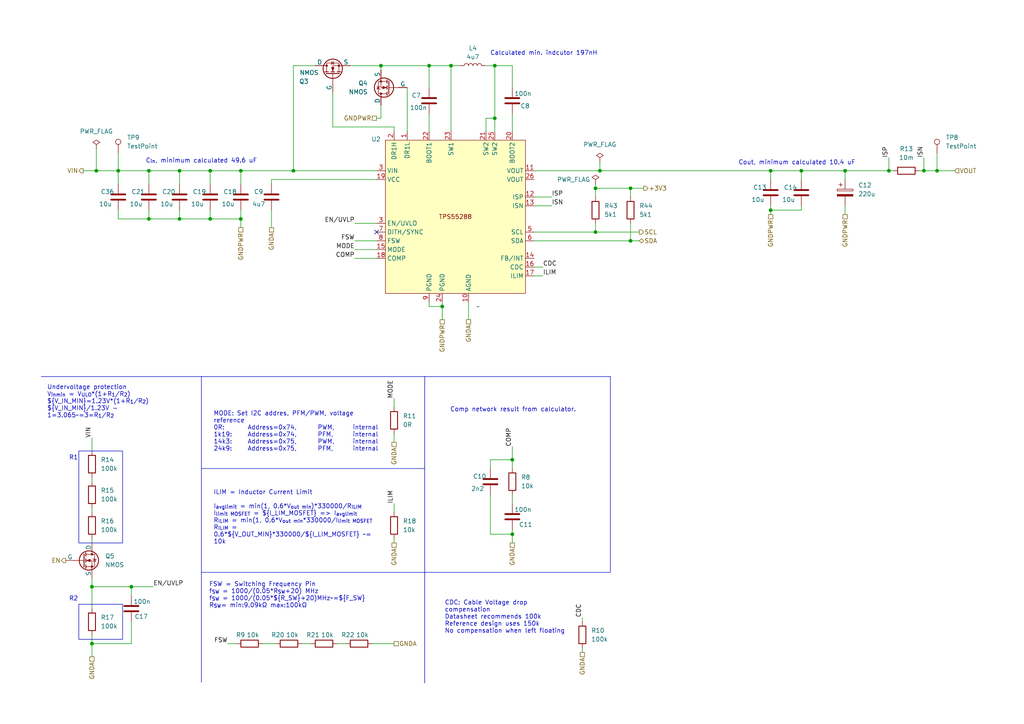
<source format=kicad_sch>
(kicad_sch (version 20231120) (generator "eeschema") (generator_version "8.0")
  (paper "A4")
  (lib_symbols
    (symbol "Connector:TestPoint" (pin_numbers hide) (pin_names (offset 0.762) hide)
      (property "Reference" "TP" (at 0 6.858 0))
      (property "Value" "TestPoint" (at 0 5.08 0))
      (symbol "TestPoint_0_1"
        (circle (center 0 3.302) (radius 0.762))
      )
      (symbol "TestPoint_1_1"
        (pin passive line (at 0 0 90) (length 2.54) (name "1") (number "1"))
      )
    )
    (symbol "Device:C" (pin_numbers hide) (pin_names (offset 0.254))
      (property "Reference" "C" (at 0.635 2.54 0))
      (property "Value" "C" (at 0.635 -2.54 0))
      (symbol "C_0_1"
        (polyline (pts (xy -2.032 -0.762) (xy 2.032 -0.762)) (stroke (width 0.508)))
        (polyline (pts (xy -2.032 0.762) (xy 2.032 0.762)) (stroke (width 0.508)))
      )
      (symbol "C_1_1"
        (pin passive line (at 0 3.81 270) (length 2.794) (name "~") (number "1"))
        (pin passive line (at 0 -3.81 90) (length 2.794) (name "~") (number "2"))
      )
    )
    (symbol "Device:C_Polarized" (pin_numbers hide) (pin_names (offset 0.254))
      (property "Reference" "C" (at 0.635 2.54 0))
      (property "Value" "C_Polarized" (at 0.635 -2.54 0))
      (symbol "C_Polarized_0_1"
        (rectangle (start -2.286 0.508) (end 2.286 1.016))
        (polyline (pts (xy -1.778 2.286) (xy -0.762 2.286)))
        (polyline (pts (xy -1.27 2.794) (xy -1.27 1.778)))
        (rectangle (start 2.286 -0.508) (end -2.286 -1.016) (fill (type outline)))
      )
      (symbol "C_Polarized_1_1"
        (pin passive line (at 0 3.81 270) (length 2.794) (name "~") (number "1"))
        (pin passive line (at 0 -3.81 90) (length 2.794) (name "~") (number "2"))
      )
    )
    (symbol "Device:L" (pin_numbers hide) (pin_names (offset 1.016) hide)
      (property "Reference" "L" (at -1.27 0 90))
      (property "Value" "L" (at 1.905 0 90))
      (symbol "L_0_1"
        (arc (start 0 -2.54) (mid 0.6323 -1.905) (end 0 -1.27))
        (arc (start 0 -1.27) (mid 0.6323 -0.635) (end 0 0))
        (arc (start 0 0) (mid 0.6323 0.635) (end 0 1.27))
        (arc (start 0 1.27) (mid 0.6323 1.905) (end 0 2.54))
      )
      (symbol "L_1_1"
        (pin passive line (at 0 3.81 270) (length 1.27) (name "1") (number "1"))
        (pin passive line (at 0 -3.81 90) (length 1.27) (name "2") (number "2"))
      )
    )
    (symbol "Device:R" (pin_numbers hide) (pin_names (offset 0))
      (property "Reference" "R" (at 2.032 0 90))
      (property "Value" "R" (at 0 0 90))
      (symbol "R_0_1"
        (rectangle (start -1.016 -2.54) (end 1.016 2.54) (stroke (width 0.254)))
      )
      (symbol "R_1_1"
        (pin passive line (at 0 3.81 270) (length 1.27) (name "~") (number "1"))
        (pin passive line (at 0 -3.81 90) (length 1.27) (name "~") (number "2"))
      )
    )
    (symbol "Prj_dcdc_converter:TPS55288"
      (property "Reference" "U" (at 3.81 -1.016 0))
      (symbol "TPS55288_1_1"
        (text_box "TPS55288" (at 21.59 -46.99 0) (size -40.64 44.45) (fill (type color) (color 255 255 194 1)) (effects (font (size 1.27 1.27))))
        (pin output line (at -12.7 0 270) (length 2.54) (name "DR1L") (number "1"))
        (pin power_in line (at 5.08 -49.53 90) (length 2.54) (name "AGND") (number "10"))
        (pin power_in line (at 24.13 -11.43 180) (length 2.54) (name "VOUT") (number "11"))
        (pin input line (at 24.13 -19.05 180) (length 2.54) (name "ISP") (number "12"))
        (pin input line (at 24.13 -21.59 180) (length 2.54) (name "ISN") (number "13"))
        (pin input line (at 24.13 -36.83 180) (length 2.54) (name "FB/INT") (number "14"))
        (pin input line (at -21.59 -34.29 0) (length 2.54) (name "MODE") (number "15"))
        (pin output line (at 24.13 -39.37 180) (length 2.54) (name "CDC") (number "16"))
        (pin output line (at 24.13 -41.91 180) (length 2.54) (name "ILIM") (number "17"))
        (pin input line (at -21.59 -36.83 0) (length 2.54) (name "COMP") (number "18"))
        (pin output line (at -21.59 -13.97 0) (length 2.54) (name "VCC") (number "19"))
        (pin output line (at -16.51 0 270) (length 2.54) (name "DR1H") (number "2"))
        (pin output line (at 17.78 0 270) (length 2.54) (name "BOOT2") (number "20"))
        (pin input line (at 10.16 0 270) (length 2.54) (name "SW2") (number "21"))
        (pin input line (at -6.35 0 270) (length 2.54) (name "BOOT1") (number "22"))
        (pin input line (at 0 0 270) (length 2.54) (name "SW1") (number "23"))
        (pin power_in line (at -2.54 -49.53 90) (length 2.54) (name "PGND") (number "24"))
        (pin input line (at 12.7 0 270) (length 2.54) (name "SW2") (number "25"))
        (pin power_in line (at 24.13 -13.97 180) (length 2.54) (name "VOUT") (number "26"))
        (pin input line (at -21.59 -26.67 0) (length 2.54) (name "EN/UVLO") (number "3"))
        (pin power_in line (at -21.59 -11.43 0) (length 2.54) (name "VIN") (number "3"))
        (pin input line (at 24.13 -29.21 180) (length 2.54) (name "SCL") (number "5"))
        (pin bidirectional line (at 24.13 -31.75 180) (length 2.54) (name "SDA") (number "6"))
        (pin input line (at -21.59 -29.21 0) (length 2.54) (name "DITH/SYNC") (number "7"))
        (pin output line (at -21.59 -31.75 0) (length 2.54) (name "FSW") (number "8"))
        (pin power_in line (at -6.35 -49.53 90) (length 2.54) (name "PGND") (number "9"))
      )
    )
    (symbol "Simulation_SPICE:NMOS" (pin_numbers hide) (pin_names (offset 0))
      (property "Reference" "Q" (at 5.08 1.27 0))
      (property "Value" "NMOS" (at 5.08 -1.27 0))
      (symbol "NMOS_0_1"
        (polyline (pts (xy 0.254 0) (xy -2.54 0)))
        (polyline (pts (xy 0.254 1.905) (xy 0.254 -1.905)) (stroke (width 0.254)))
        (polyline (pts (xy 0.762 -1.27) (xy 0.762 -2.286)) (stroke (width 0.254)))
        (polyline (pts (xy 0.762 0.508) (xy 0.762 -0.508)) (stroke (width 0.254)))
        (polyline (pts (xy 0.762 2.286) (xy 0.762 1.27)) (stroke (width 0.254)))
        (polyline (pts (xy 2.54 2.54) (xy 2.54 1.778)))
        (polyline (pts (xy 2.54 -2.54) (xy 2.54 0) (xy 0.762 0)))
        (polyline (pts (xy 0.762 -1.778) (xy 3.302 -1.778) (xy 3.302 1.778) (xy 0.762 1.778)))
        (polyline (pts (xy 1.016 0) (xy 2.032 0.381) (xy 2.032 -0.381) (xy 1.016 0)) (fill (type outline)))
        (polyline (pts (xy 2.794 0.508) (xy 2.921 0.381) (xy 3.683 0.381) (xy 3.81 0.254)))
        (polyline (pts (xy 3.302 0.381) (xy 2.921 -0.254) (xy 3.683 -0.254) (xy 3.302 0.381)))
        (circle (center 1.651 0) (radius 2.794) (stroke (width 0.254)))
        (circle (center 2.54 -1.778) (radius 0.254) (fill (type outline)))
        (circle (center 2.54 1.778) (radius 0.254) (fill (type outline)))
      )
      (symbol "NMOS_1_1"
        (pin passive line (at 2.54 5.08 270) (length 2.54) (name "D") (number "1"))
        (pin input line (at -5.08 0 0) (length 2.54) (name "G") (number "2"))
        (pin passive line (at 2.54 -5.08 90) (length 2.54) (name "S") (number "3"))
      )
    )
    (symbol "power:PWR_FLAG" (power) (pin_numbers hide) (pin_names (offset 0) hide)
      (property "Value" "PWR_FLAG" (at 0 3.81 0))
      (symbol "PWR_FLAG_0_0"
        (pin power_out line (at 0 0 90) (length 0) (name "~") (number "1"))
      )
      (symbol "PWR_FLAG_0_1"
        (polyline (pts (xy 0 0) (xy 0 1.27) (xy -1.016 1.905) (xy 0 2.54) (xy 1.016 1.905) (xy 0 1.27)))
      )
    )
  )
  (junction (at 223.52 49.53))
  (junction (at 128.27 88.9))
  (junction (at 110.49 19.05))
  (junction (at 26.67 186.69))
  (junction (at 43.18 49.53))
  (junction (at 148.59 133.35))
  (junction (at 27.94 49.53))
  (junction (at 271.78 49.53))
  (junction (at 232.41 49.53))
  (junction (at 34.29 49.53))
  (junction (at 172.72 54.61))
  (junction (at 143.51 19.05))
  (junction (at 143.51 34.29))
  (junction (at 85.09 49.53))
  (junction (at 182.88 54.61))
  (junction (at 245.11 49.53))
  (junction (at 257.81 49.53))
  (junction (at 172.72 67.31))
  (junction (at 124.46 19.05))
  (junction (at 38.1 170.18))
  (junction (at 267.97 49.53))
  (junction (at 26.67 170.18))
  (junction (at 173.99 49.53))
  (junction (at 52.07 63.5))
  (junction (at 43.18 63.5))
  (junction (at 223.52 60.96))
  (junction (at 182.88 69.85))
  (junction (at 60.96 49.53))
  (junction (at 60.96 63.5))
  (junction (at 130.81 19.05))
  (junction (at 69.85 49.53))
  (junction (at 69.85 63.5))
  (junction (at 52.07 49.53))
  (junction (at 148.59 154.94))
  (no_connect (at 109.22 67.31))
  (polyline (pts (xy 123.19 165.1) (xy 123.19 198.12)))
  (wire (pts (xy 38.1 170.18) (xy 44.45 170.18)))
  (wire (pts (xy 114.3 115.57) (xy 114.3 118.11)))
  (wire (pts (xy 186.69 54.61) (xy 182.88 54.61)))
  (wire (pts (xy 148.59 129.54) (xy 148.59 133.35)))
  (wire (pts (xy 114.3 38.1) (xy 114.3 36.83)))
  (wire (pts (xy 143.51 19.05) (xy 148.59 19.05)))
  (wire (pts (xy 157.48 80.01) (xy 154.94 80.01)))
  (wire (pts (xy 68.58 186.69) (xy 66.04 186.69)))
  (wire (pts (xy 26.67 186.69) (xy 26.67 190.5)))
  (wire (pts (xy 100.33 186.69) (xy 97.79 186.69)))
  (wire (pts (xy 96.52 36.83) (xy 114.3 36.83)))
  (wire (pts (xy 172.72 67.31) (xy 154.94 67.31)))
  (wire (pts (xy 96.52 36.83) (xy 96.52 26.67)))
  (wire (pts (xy 223.52 49.53) (xy 232.41 49.53)))
  (wire (pts (xy 43.18 49.53) (xy 43.18 53.34)))
  (wire (pts (xy 38.1 186.69) (xy 26.67 186.69)))
  (wire (pts (xy 102.87 74.93) (xy 109.22 74.93)))
  (wire (pts (xy 143.51 38.1) (xy 143.51 34.29)))
  (polyline (pts (xy 58.42 109.22) (xy 58.42 197.866)))
  (wire (pts (xy 60.96 63.5) (xy 52.07 63.5)))
  (wire (pts (xy 185.42 67.31) (xy 172.72 67.31)))
  (wire (pts (xy 154.94 77.47) (xy 157.48 77.47)))
  (polyline (pts (xy 123.19 135.89) (xy 123.19 109.22)))
  (wire (pts (xy 128.27 88.9) (xy 128.27 92.71)))
  (wire (pts (xy 26.67 170.18) (xy 38.1 170.18)))
  (wire (pts (xy 34.29 49.53) (xy 34.29 53.34)))
  (wire (pts (xy 232.41 49.53) (xy 245.11 49.53)))
  (wire (pts (xy 271.78 44.45) (xy 271.78 49.53)))
  (wire (pts (xy 142.24 154.94) (xy 148.59 154.94)))
  (wire (pts (xy 43.18 63.5) (xy 43.18 60.96)))
  (wire (pts (xy 43.18 49.53) (xy 52.07 49.53)))
  (wire (pts (xy 245.11 52.07) (xy 245.11 49.53)))
  (wire (pts (xy 148.59 19.05) (xy 148.59 25.4)))
  (wire (pts (xy 85.09 49.53) (xy 109.22 49.53)))
  (polyline (pts (xy 123.19 135.89) (xy 58.42 135.89)))
  (wire (pts (xy 80.01 186.69) (xy 76.2 186.69)))
  (wire (pts (xy 24.13 49.53) (xy 27.94 49.53)))
  (polyline (pts (xy 123.19 109.22) (xy 177.038 109.22)))
  (wire (pts (xy 267.97 49.53) (xy 271.78 49.53)))
  (wire (pts (xy 26.67 147.32) (xy 26.67 148.59)))
  (wire (pts (xy 182.88 64.77) (xy 182.88 69.85)))
  (wire (pts (xy 34.29 49.53) (xy 43.18 49.53)))
  (wire (pts (xy 142.24 133.35) (xy 148.59 133.35)))
  (wire (pts (xy 26.67 127) (xy 26.67 130.81)))
  (wire (pts (xy 172.72 54.61) (xy 172.72 57.15)))
  (wire (pts (xy 109.22 34.29) (xy 110.49 34.29)))
  (wire (pts (xy 34.29 44.45) (xy 34.29 49.53)))
  (polyline (pts (xy 11.938 109.22) (xy 58.42 109.22)))
  (wire (pts (xy 223.52 52.07) (xy 223.52 49.53)))
  (wire (pts (xy 140.97 34.29) (xy 140.97 38.1)))
  (wire (pts (xy 173.99 49.53) (xy 223.52 49.53)))
  (wire (pts (xy 232.41 59.69) (xy 232.41 60.96)))
  (wire (pts (xy 118.11 25.4) (xy 118.11 38.1)))
  (wire (pts (xy 135.89 87.63) (xy 135.89 92.71)))
  (wire (pts (xy 267.97 49.53) (xy 267.97 45.72)))
  (polyline (pts (xy 177.038 109.22) (xy 177.038 165.862)))
  (wire (pts (xy 142.24 143.51) (xy 142.24 154.94)))
  (wire (pts (xy 172.72 53.34) (xy 172.72 54.61)))
  (wire (pts (xy 52.07 63.5) (xy 52.07 60.96)))
  (wire (pts (xy 182.88 54.61) (xy 182.88 57.15)))
  (wire (pts (xy 223.52 59.69) (xy 223.52 60.96)))
  (wire (pts (xy 232.41 60.96) (xy 223.52 60.96)))
  (wire (pts (xy 101.6 19.05) (xy 110.49 19.05)))
  (polyline (pts (xy 123.19 165.1) (xy 123.19 135.89)))
  (wire (pts (xy 124.46 87.63) (xy 124.46 88.9)))
  (wire (pts (xy 130.81 19.05) (xy 130.81 38.1)))
  (wire (pts (xy 223.52 60.96) (xy 223.52 62.23)))
  (wire (pts (xy 34.29 60.96) (xy 34.29 63.5)))
  (wire (pts (xy 232.41 52.07) (xy 232.41 49.53)))
  (wire (pts (xy 142.24 135.89) (xy 142.24 133.35)))
  (wire (pts (xy 140.97 19.05) (xy 143.51 19.05)))
  (wire (pts (xy 102.87 64.77) (xy 109.22 64.77)))
  (wire (pts (xy 160.02 59.69) (xy 154.94 59.69)))
  (wire (pts (xy 148.59 153.67) (xy 148.59 154.94)))
  (wire (pts (xy 266.7 49.53) (xy 267.97 49.53)))
  (wire (pts (xy 124.46 88.9) (xy 128.27 88.9)))
  (wire (pts (xy 148.59 133.35) (xy 148.59 135.89)))
  (wire (pts (xy 148.59 33.02) (xy 148.59 38.1)))
  (wire (pts (xy 143.51 19.05) (xy 143.51 34.29)))
  (wire (pts (xy 130.81 19.05) (xy 133.35 19.05)))
  (wire (pts (xy 52.07 49.53) (xy 52.07 53.34)))
  (wire (pts (xy 114.3 125.73) (xy 114.3 128.27)))
  (wire (pts (xy 143.51 34.29) (xy 140.97 34.29)))
  (wire (pts (xy 26.67 139.7) (xy 26.67 138.43)))
  (wire (pts (xy 257.81 49.53) (xy 259.08 49.53)))
  (wire (pts (xy 185.42 69.85) (xy 182.88 69.85)))
  (wire (pts (xy 60.96 49.53) (xy 60.96 53.34)))
  (wire (pts (xy 69.85 60.96) (xy 69.85 63.5)))
  (wire (pts (xy 26.67 156.21) (xy 26.67 157.48)))
  (wire (pts (xy 110.49 19.05) (xy 124.46 19.05)))
  (wire (pts (xy 27.94 43.18) (xy 27.94 49.53)))
  (wire (pts (xy 124.46 33.02) (xy 124.46 38.1)))
  (wire (pts (xy 78.74 52.07) (xy 109.22 52.07)))
  (wire (pts (xy 110.49 30.48) (xy 110.49 34.29)))
  (wire (pts (xy 69.85 49.53) (xy 85.09 49.53)))
  (wire (pts (xy 114.3 156.21) (xy 114.3 157.48)))
  (wire (pts (xy 102.87 69.85) (xy 109.22 69.85)))
  (wire (pts (xy 172.72 64.77) (xy 172.72 67.31)))
  (wire (pts (xy 34.29 63.5) (xy 43.18 63.5)))
  (wire (pts (xy 90.17 186.69) (xy 87.63 186.69)))
  (wire (pts (xy 128.27 87.63) (xy 128.27 88.9)))
  (wire (pts (xy 85.09 19.05) (xy 85.09 49.53)))
  (wire (pts (xy 38.1 180.34) (xy 38.1 186.69)))
  (wire (pts (xy 26.67 170.18) (xy 26.67 167.64)))
  (wire (pts (xy 168.91 187.96) (xy 168.91 189.23)))
  (wire (pts (xy 148.59 154.94) (xy 148.59 157.48)))
  (wire (pts (xy 124.46 19.05) (xy 124.46 25.4)))
  (wire (pts (xy 60.96 60.96) (xy 60.96 63.5)))
  (wire (pts (xy 26.67 170.18) (xy 26.67 176.53)))
  (wire (pts (xy 182.88 69.85) (xy 154.94 69.85)))
  (wire (pts (xy 69.85 49.53) (xy 69.85 53.34)))
  (polyline (pts (xy 123.19 109.22) (xy 58.42 109.22)))
  (wire (pts (xy 114.3 146.05) (xy 114.3 148.59)))
  (wire (pts (xy 38.1 170.18) (xy 38.1 172.72)))
  (wire (pts (xy 78.74 53.34) (xy 78.74 52.07)))
  (polyline (pts (xy 58.42 166.0144) (xy 123.1646 166.0144)))
  (wire (pts (xy 257.81 49.53) (xy 257.81 45.72)))
  (wire (pts (xy 114.3 186.69) (xy 107.95 186.69)))
  (wire (pts (xy 182.88 54.61) (xy 172.72 54.61)))
  (wire (pts (xy 102.87 72.39) (xy 109.22 72.39)))
  (wire (pts (xy 78.74 60.96) (xy 78.74 66.04)))
  (wire (pts (xy 271.78 49.53) (xy 276.86 49.53)))
  (wire (pts (xy 52.07 49.53) (xy 60.96 49.53)))
  (wire (pts (xy 173.99 46.99) (xy 173.99 49.53)))
  (wire (pts (xy 60.96 49.53) (xy 69.85 49.53)))
  (wire (pts (xy 27.94 49.53) (xy 34.29 49.53)))
  (wire (pts (xy 168.91 179.07) (xy 168.91 180.34)))
  (wire (pts (xy 52.07 63.5) (xy 43.18 63.5)))
  (wire (pts (xy 148.59 146.05) (xy 148.59 143.51)))
  (wire (pts (xy 154.94 49.53) (xy 173.99 49.53)))
  (wire (pts (xy 91.44 19.05) (xy 85.09 19.05)))
  (wire (pts (xy 60.96 63.5) (xy 69.85 63.5)))
  (wire (pts (xy 26.67 184.15) (xy 26.67 186.69)))
  (wire (pts (xy 160.02 57.15) (xy 154.94 57.15)))
  (wire (pts (xy 69.85 63.5) (xy 69.85 66.04)))
  (wire (pts (xy 245.11 62.23) (xy 245.11 59.69)))
  (polyline (pts (xy 123.1646 166.0144) (xy 177.038 166.0144)))
  (wire (pts (xy 124.46 19.05) (xy 130.81 19.05)))
  (wire (pts (xy 110.49 19.05) (xy 110.49 20.32)))
  (wire (pts (xy 245.11 49.53) (xy 257.81 49.53)))
  (rectangle (start 22.86 175.26) (end 35.56 185.42))
  (rectangle (start 22.86 130.81) (end 35.56 157.48))
  (text_box "FSW = Switching Frequency Pin\nf_{SW} = 1000/(0.05*R_{SW}+20) MHz\nf_{SW} = 1000/(0.05*${R_SW}+20)MHz~=${F_SW}\nR_{SW}= min:9.09kΩ max:100kΩ" (at 59.69 167.64 0) (size 53.34 17.78) (stroke (width -0.0001)) (effects (font (size 1.27 1.27)) (justify left top)))
  (text_box "Undervoltage protection\nV_{in_{min}} = V_{ULO}*(1+R_{1}/R_{2})\n${V_IN_MIN}=1.23V*(1+R_{1}/R_{2})\n${V_IN_MIN}/1.23V - 1=3.065~=3=R_{1}/R_{2}" (at 12.7 110.49 0) (size 38.1 10.16) (stroke (width -0.0001)) (effects (font (size 1.27 1.27)) (justify left top)))
  (text_box "ILIM = Inductor Current Limit\n\nI_{avg_{limit}} = min(1, 0.6*V_{out min})*330000/R_{ILIM}\nI_{limit MOSFET} = ${I_LIM_MOSFET} => I_{avg_{limit}}\nR_{ILIM} = min(1, 0.6*V_{out min}*330000/I_{limit MOSFET}\nR_{ILIM} = 0.6*${V_OUT_MIN}*330000/${I_LIM_MOSFET} ~= 10k" (at 60.96 140.97 0) (size 50.8 15.24) (stroke (width -0.0001)) (effects (font (size 1.27 1.27)) (justify left top)))
  (text_box "MODE: Set I2C addres, PFM/PWM, voltage reference\n0R:		Address=0x74,	PWM,	internal\n1k19:	Address=0x74,	PFM,	internal\n14k3:	Address=0x75,	PWM,	internal\n24k9:	Address=0x75,	PFM,	internal\n" (at 60.96 118.11 0) (size 50.8 15.24) (stroke (width -0.0001)) (effects (font (size 1.27 1.27)) (justify left top)))
  (text_box "CDC: Cable Voltage drop compensation\nDatasheet recommends 100k\nReference design uses 150k\nNo compensation when left floating" (at 128.016 172.974 0) (size 37.592 13.97) (stroke (width -0.0001)) (effects (font (size 1.27 1.27)) (justify left top)))
  (text "C_{in}, minimum calculated 49.6 uF" (at 58.42 46.736 0) (effects (font (size 1.27 1.27))))
  (text "Calculated min. indcutor 197nH" (at 157.734 15.494 0) (effects (font (size 1.27 1.27))))
  (text "R1" (at 21.336 132.842 0) (effects (font (size 1.27 1.27))))
  (text "R2" (at 21.336 173.736 0) (effects (font (size 1.27 1.27))))
  (text "Comp network result from calculator." (at 148.844 118.872 0) (effects (font (size 1.27 1.27))))
  (text "Cout, minimum calculated 10.4 uF" (at 231.14 47.244 0) (effects (font (size 1.27 1.27))))
  (label "FSW" (at 102.87 69.85 180))
  (label "FSW" (at 66.04 186.69 180))
  (label "MODE" (at 114.3 115.57 90))
  (label "CDC" (at 157.48 77.47 0))
  (label "ISP" (at 160.02 57.15 0))
  (label "ISN" (at 160.02 59.69 0))
  (label "COMP" (at 102.87 74.93 180))
  (label "MODE" (at 102.87 72.39 180))
  (label "ISP" (at 257.81 45.72 90))
  (label "CDC" (at 168.91 179.07 90))
  (label "EN{slash}UVLP" (at 102.87 64.77 180))
  (label "ISN" (at 267.97 45.72 90))
  (label "COMP" (at 148.59 129.54 90))
  (label "ILIM" (at 157.48 80.01 0))
  (label "EN{slash}UVLP" (at 44.45 170.18 0))
  (label "VIN" (at 26.67 127 90))
  (label "ILIM" (at 114.3 146.05 90))
  (hierarchical_label "GNDA" (shape passive) (at 114.3 186.69 0))
  (hierarchical_label "GNDA" (shape passive) (at 135.89 92.71 270))
  (hierarchical_label "GNDA" (shape passive) (at 148.59 157.48 270))
  (hierarchical_label "SCL" (shape output) (at 185.42 67.31 0))
  (hierarchical_label "+3V3" (shape output) (at 186.69 54.61 0))
  (hierarchical_label "GNDA" (shape passive) (at 114.3 128.27 270))
  (hierarchical_label "GNDPWR" (shape passive) (at 245.11 62.23 270))
  (hierarchical_label "SDA" (shape bidirectional) (at 185.42 69.85 0))
  (hierarchical_label "GNDA" (shape passive) (at 26.67 190.5 270))
  (hierarchical_label "GNDA" (shape passive) (at 168.91 189.23 270))
  (hierarchical_label "GNDPWR" (shape passive) (at 223.52 62.23 270))
  (hierarchical_label "VIN" (shape output) (at 24.13 49.53 180))
  (hierarchical_label "GNDPWR" (shape passive) (at 69.85 66.04 270))
  (hierarchical_label "GNDPWR" (shape passive) (at 109.22 34.29 180))
  (hierarchical_label "GNDA" (shape passive) (at 78.74 66.04 270))
  (hierarchical_label "GNDPWR" (shape passive) (at 128.27 92.71 270))
  (hierarchical_label "GNDA" (shape passive) (at 114.3 157.48 270))
  (hierarchical_label "EN" (shape output) (at 19.05 162.56 180))
  (hierarchical_label "VOUT" (shape input) (at 276.86 49.53 0))
  (symbol (lib_id "Device:R") (at 172.72 60.96 0) (unit 1)
    (property "Reference" "R43" (at 175.26 59.6899 0) (effects (justify left)))
    (property "Value" "5k1" (at 175.26 62.2299 0) (effects (justify left)))
    (property "Description" "Resistor" (effects (hide yes)))
  )
  (symbol (lib_id "Device:C") (at 148.59 29.21 0) (unit 1)
    (property "Reference" "C8" (at 153.67 30.734 0) (effects (justify right)))
    (property "Value" "100n" (at 154.178 27.178 0) (effects (justify right)))
    (property "Description" "Unpolarized capacitor" (effects (hide yes)))
  )
  (symbol (lib_id "Device:C") (at 60.96 57.15 180) (unit 1)
    (property "Reference" "C19" (at 55.88 55.626 0) (effects (justify right)))
    (property "Value" "10u" (at 55.372 59.182 0) (effects (justify right)))
    (property "Description" "Unpolarized capacitor" (effects (hide yes)))
  )
  (symbol (lib_id "Device:R") (at 182.88 60.96 0) (unit 1)
    (property "Reference" "R44" (at 185.42 59.6899 0) (effects (justify left)))
    (property "Value" "5k1" (at 185.42 62.2299 0) (effects (justify left)))
    (property "Description" "Resistor" (effects (hide yes)))
  )
  (symbol (lib_id "Device:C_Polarized") (at 245.11 55.88 0) (unit 1)
    (property "Reference" "C12" (at 248.92 53.7209 0) (effects (justify left)))
    (property "Value" "220u" (at 248.92 56.2609 0) (effects (justify left)))
    (property "Description" "Polarized capacitor" (effects (hide yes)))
  )
  (symbol (lib_id "Device:C") (at 148.59 149.86 0) (unit 1)
    (property "Reference" "C11" (at 154.432 152.146 0) (effects (justify right)))
    (property "Value" "100n" (at 154.178 147.828 0) (effects (justify right)))
    (property "Description" "Unpolarized capacitor" (effects (hide yes)))
  )
  (symbol (lib_id "Simulation_SPICE:NMOS") (at 24.13 162.56 0) (unit 1)
    (property "Reference" "Q5" (at 30.48 161.2899 0) (effects (justify left)))
    (property "Value" "NMOS" (at 30.48 163.8299 0) (effects (justify left)))
    (property "Datasheet" "https://ngspice.sourceforge.io/docs/ngspice-html-manual/manual.xhtml#cha_MOSFETs" (effects (hide yes)))
    (property "Description" "N-MOSFET transistor, drain/source/gate" (effects (hide yes)))
    (property "Sim.Device" "NMOS" (effects (hide yes)))
    (property "Sim.Type" "VDMOS" (effects (hide yes)))
    (property "Sim.Pins" "1=D 2=G 3=S" (effects (hide yes)))
  )
  (symbol (lib_id "Device:C") (at 52.07 57.15 180) (unit 1)
    (property "Reference" "C20" (at 46.99 55.626 0) (effects (justify right)))
    (property "Value" "10u" (at 46.482 59.182 0) (effects (justify right)))
    (property "Description" "Unpolarized capacitor" (effects (hide yes)))
  )
  (symbol (lib_id "Device:R") (at 168.91 184.15 0) (unit 1)
    (property "Reference" "R10" (at 171.45 182.8799 0) (effects (justify left)))
    (property "Value" "100k" (at 171.45 185.4199 0) (effects (justify left)))
    (property "Description" "Resistor" (effects (hide yes)))
  )
  (symbol (lib_id "Device:R") (at 148.59 139.7 0) (unit 1)
    (property "Reference" "R8" (at 151.13 138.4299 0) (effects (justify left)))
    (property "Value" "10k" (at 151.13 140.9699 0) (effects (justify left)))
    (property "Description" "Resistor" (effects (hide yes)))
  )
  (symbol (lib_id "Device:C") (at 43.18 57.15 180) (unit 1)
    (property "Reference" "C21" (at 38.1 55.626 0) (effects (justify right)))
    (property "Value" "10u" (at 37.592 59.182 0) (effects (justify right)))
    (property "Description" "Unpolarized capacitor" (effects (hide yes)))
  )
  (symbol (lib_id "Device:C") (at 34.29 57.15 180) (unit 1)
    (property "Reference" "C36" (at 29.21 55.626 0) (effects (justify right)))
    (property "Value" "10u" (at 28.702 59.182 0) (effects (justify right)))
    (property "Description" "Unpolarized capacitor" (effects (hide yes)))
  )
  (symbol (lib_id "Device:C") (at 142.24 139.7 180) (unit 1)
    (property "Reference" "C10" (at 137.16 138.176 0) (effects (justify right)))
    (property "Value" "2n2" (at 136.652 141.732 0) (effects (justify right)))
    (property "Description" "Unpolarized capacitor" (effects (hide yes)))
  )
  (symbol (lib_id "Device:C") (at 232.41 55.88 180) (unit 1)
    (property "Reference" "C14" (at 227.33 54.356 0) (effects (justify right)))
    (property "Value" "10u" (at 226.822 57.912 0) (effects (justify right)))
    (property "Description" "Unpolarized capacitor" (effects (hide yes)))
  )
  (symbol (lib_id "Simulation_SPICE:NMOS") (at 96.52 21.59 90) (unit 1)
    (property "Reference" "Q3" (at 88.138 23.622 90))
    (property "Value" "NMOS" (at 89.662 21.082 90))
    (property "Datasheet" "https://ngspice.sourceforge.io/docs/ngspice-html-manual/manual.xhtml#cha_MOSFETs" (effects (hide yes)))
    (property "Description" "N-MOSFET transistor, drain/source/gate" (effects (hide yes)))
    (property "Sim.Device" "NMOS" (effects (hide yes)))
    (property "Sim.Type" "VDMOS" (effects (hide yes)))
    (property "Sim.Pins" "1=D 2=G 3=S" (effects (hide yes)))
  )
  (symbol (lib_id "Device:C") (at 124.46 29.21 180) (unit 1)
    (property "Reference" "C7" (at 119.38 27.686 0) (effects (justify right)))
    (property "Value" "100n" (at 118.872 31.242 0) (effects (justify right)))
    (property "Description" "Unpolarized capacitor" (effects (hide yes)))
  )
  (symbol (lib_id "power:PWR_FLAG") (at 172.72 53.34 0) (unit 1)
    (property "Reference" "#FLG08" (effects (hide yes)))
    (property "Value" "PWR_FLAG" (at 166.37 52.07 0))
    (property "Description" "Special symbol for telling ERC where power comes from" (effects (hide yes)))
  )
  (symbol (lib_id "Device:R") (at 104.14 186.69 90) (unit 1)
    (property "Reference" "R22" (at 102.8699 184.15 90) (effects (justify left)))
    (property "Value" "10k" (at 106.934 184.15 90) (effects (justify left)))
    (property "Description" "Resistor" (effects (hide yes)))
  )
  (symbol (lib_id "Connector:TestPoint") (at 271.78 44.45 0) (unit 1)
    (property "Reference" "TP8" (at 274.32 39.8779 0) (effects (justify left)))
    (property "Value" "TestPoint" (at 274.32 42.4179 0) (effects (justify left)))
    (property "Description" "test point" (effects (hide yes)))
  )
  (symbol (lib_id "Device:R") (at 93.98 186.69 90) (unit 1)
    (property "Reference" "R21" (at 92.7099 184.15 90) (effects (justify left)))
    (property "Value" "10k" (at 96.774 184.15 90) (effects (justify left)))
    (property "Description" "Resistor" (effects (hide yes)))
  )
  (symbol (lib_id "Device:R") (at 26.67 143.51 180) (unit 1)
    (property "Reference" "R15" (at 29.21 142.2399 0) (effects (justify right)))
    (property "Value" "100k" (at 29.21 144.7799 0) (effects (justify right)))
    (property "Description" "Resistor" (effects (hide yes)))
  )
  (symbol (lib_id "Simulation_SPICE:NMOS") (at 113.03 25.4 180) (unit 1)
    (property "Reference" "Q4" (at 106.68 24.1299 0) (effects (justify left)))
    (property "Value" "NMOS" (at 106.68 26.6699 0) (effects (justify left)))
    (property "Datasheet" "https://ngspice.sourceforge.io/docs/ngspice-html-manual/manual.xhtml#cha_MOSFETs" (effects (hide yes)))
    (property "Description" "N-MOSFET transistor, drain/source/gate" (effects (hide yes)))
    (property "Sim.Device" "NMOS" (effects (hide yes)))
    (property "Sim.Type" "VDMOS" (effects (hide yes)))
    (property "Sim.Pins" "1=D 2=G 3=S" (effects (hide yes)))
  )
  (symbol (lib_id "Device:C") (at 78.74 57.15 180) (unit 1)
    (property "Reference" "C9" (at 73.66 55.626 0) (effects (justify right)))
    (property "Value" "4u7" (at 73.152 59.182 0) (effects (justify right)))
    (property "Description" "Unpolarized capacitor" (effects (hide yes)))
  )
  (symbol (lib_id "Device:C") (at 38.1 176.53 0) (unit 1)
    (property "Reference" "C17" (at 42.926 178.816 0) (effects (justify right)))
    (property "Value" "100n" (at 43.688 174.498 0) (effects (justify right)))
    (property "Description" "Unpolarized capacitor" (effects (hide yes)))
  )
  (symbol (lib_id "Device:R") (at 26.67 180.34 180) (unit 1)
    (property "Reference" "R17" (at 29.21 179.0699 0) (effects (justify right)))
    (property "Value" "100k" (at 29.21 181.6099 0) (effects (justify right)))
    (property "Description" "Resistor" (effects (hide yes)))
  )
  (symbol (lib_id "Device:R") (at 83.82 186.69 90) (unit 1)
    (property "Reference" "R20" (at 82.5499 184.15 90) (effects (justify left)))
    (property "Value" "10k" (at 86.614 184.15 90) (effects (justify left)))
    (property "Description" "Resistor" (effects (hide yes)))
  )
  (symbol (lib_id "Prj_dcdc_converter:TPS55288") (at 130.81 38.1 0) (unit 1)
    (property "Reference" "U2" (at 107.696 40.386 0) (effects (justify left)))
    (property "Value" "~" (at 138.0841 88.9 0) (effects (justify left)))
  )
  (symbol (lib_id "Connector:TestPoint") (at 34.29 44.45 0) (unit 1)
    (property "Reference" "TP9" (at 36.83 39.8779 0) (effects (justify left)))
    (property "Value" "TestPoint" (at 36.83 42.4179 0) (effects (justify left)))
    (property "Description" "test point" (effects (hide yes)))
  )
  (symbol (lib_id "Device:R") (at 26.67 152.4 180) (unit 1)
    (property "Reference" "R16" (at 29.21 151.1299 0) (effects (justify right)))
    (property "Value" "100k" (at 29.21 153.6699 0) (effects (justify right)))
    (property "Description" "Resistor" (effects (hide yes)))
  )
  (symbol (lib_id "Device:R") (at 114.3 121.92 0) (unit 1)
    (property "Reference" "R11" (at 116.84 120.6499 0) (effects (justify left)))
    (property "Value" "0R" (at 116.84 123.1899 0) (effects (justify left)))
    (property "Description" "Resistor" (effects (hide yes)))
  )
  (symbol (lib_id "Device:R") (at 26.67 134.62 180) (unit 1)
    (property "Reference" "R14" (at 29.21 133.3499 0) (effects (justify right)))
    (property "Value" "100k" (at 29.21 135.8899 0) (effects (justify right)))
    (property "Description" "Resistor" (effects (hide yes)))
  )
  (symbol (lib_id "Device:C") (at 223.52 55.88 180) (unit 1)
    (property "Reference" "C13" (at 218.44 54.356 0) (effects (justify right)))
    (property "Value" "10u" (at 217.932 57.912 0) (effects (justify right)))
    (property "Description" "Unpolarized capacitor" (effects (hide yes)))
  )
  (symbol (lib_id "Device:R") (at 72.39 186.69 90) (unit 1)
    (property "Reference" "R9" (at 71.1199 184.15 90) (effects (justify left)))
    (property "Value" "10k" (at 75.184 184.15 90) (effects (justify left)))
    (property "Description" "Resistor" (effects (hide yes)))
  )
  (symbol (lib_id "power:PWR_FLAG") (at 173.99 46.99 0) (unit 1)
    (property "Reference" "#FLG06" (effects (hide yes)))
    (property "Value" "PWR_FLAG" (at 173.99 41.91 0))
    (property "Description" "Special symbol for telling ERC where power comes from" (effects (hide yes)))
  )
  (symbol (lib_id "Device:C") (at 69.85 57.15 180) (unit 1)
    (property "Reference" "C18" (at 64.77 55.626 0) (effects (justify right)))
    (property "Value" "10u" (at 64.262 59.182 0) (effects (justify right)))
    (property "Description" "Unpolarized capacitor" (effects (hide yes)))
  )
  (symbol (lib_id "Device:R") (at 262.89 49.53 90) (unit 1)
    (property "Reference" "R13" (at 262.89 43.18 90))
    (property "Value" "10m" (at 262.89 45.72 90))
    (property "Description" "Resistor" (effects (hide yes)))
  )
  (symbol (lib_id "Device:L") (at 137.16 19.05 90) (unit 1)
    (property "Reference" "L4" (at 137.16 13.97 90))
    (property "Value" "4u7" (at 137.16 16.51 90))
    (property "Description" "Inductor" (effects (hide yes)))
  )
  (symbol (lib_id "power:PWR_FLAG") (at 27.94 43.18 0) (unit 1)
    (property "Reference" "#FLG07" (effects (hide yes)))
    (property "Value" "PWR_FLAG" (at 27.94 38.1 0))
    (property "Description" "Special symbol for telling ERC where power comes from" (effects (hide yes)))
  )
  (symbol (lib_id "Device:R") (at 114.3 152.4 0) (unit 1)
    (property "Reference" "R18" (at 116.84 151.1299 0) (effects (justify left)))
    (property "Value" "10k" (at 116.84 153.6699 0) (effects (justify left)))
    (property "Description" "Resistor" (effects (hide yes)))
  )
)
</source>
